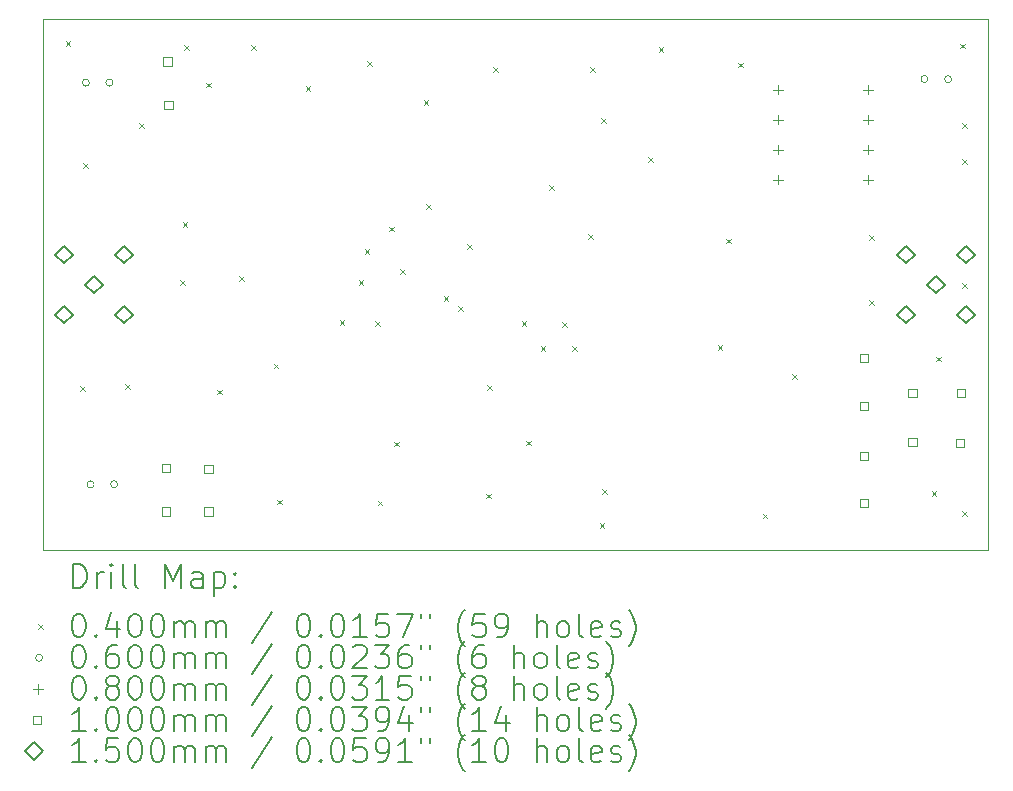
<source format=gbr>
%FSLAX45Y45*%
G04 Gerber Fmt 4.5, Leading zero omitted, Abs format (unit mm)*
G04 Created by KiCad (PCBNEW 6.0.4-6f826c9f35~116~ubuntu20.04.1) date 2024-01-06 18:53:34*
%MOMM*%
%LPD*%
G01*
G04 APERTURE LIST*
%TA.AperFunction,Profile*%
%ADD10C,0.100000*%
%TD*%
%ADD11C,0.200000*%
%ADD12C,0.040000*%
%ADD13C,0.060000*%
%ADD14C,0.080000*%
%ADD15C,0.100000*%
%ADD16C,0.150000*%
G04 APERTURE END LIST*
D10*
X10000000Y-5000000D02*
X18000000Y-5000000D01*
X18000000Y-5000000D02*
X18000000Y-9500000D01*
X18000000Y-9500000D02*
X10000000Y-9500000D01*
X10000000Y-9500000D02*
X10000000Y-5000000D01*
D11*
D12*
X10190000Y-5190000D02*
X10230000Y-5230000D01*
X10230000Y-5190000D02*
X10190000Y-5230000D01*
X10310000Y-8110000D02*
X10350000Y-8150000D01*
X10350000Y-8110000D02*
X10310000Y-8150000D01*
X10340000Y-6220000D02*
X10380000Y-6260000D01*
X10380000Y-6220000D02*
X10340000Y-6260000D01*
X10690000Y-8090000D02*
X10730000Y-8130000D01*
X10730000Y-8090000D02*
X10690000Y-8130000D01*
X10810000Y-5880000D02*
X10850000Y-5920000D01*
X10850000Y-5880000D02*
X10810000Y-5920000D01*
X11160000Y-7210000D02*
X11200000Y-7250000D01*
X11200000Y-7210000D02*
X11160000Y-7250000D01*
X11180000Y-6720000D02*
X11220000Y-6760000D01*
X11220000Y-6720000D02*
X11180000Y-6760000D01*
X11190000Y-5220000D02*
X11230000Y-5260000D01*
X11230000Y-5220000D02*
X11190000Y-5260000D01*
X11380000Y-5540000D02*
X11420000Y-5580000D01*
X11420000Y-5540000D02*
X11380000Y-5580000D01*
X11470000Y-8140000D02*
X11510000Y-8180000D01*
X11510000Y-8140000D02*
X11470000Y-8180000D01*
X11660000Y-7180000D02*
X11700000Y-7220000D01*
X11700000Y-7180000D02*
X11660000Y-7220000D01*
X11760000Y-5220000D02*
X11800000Y-5260000D01*
X11800000Y-5220000D02*
X11760000Y-5260000D01*
X11950000Y-7920000D02*
X11990000Y-7960000D01*
X11990000Y-7920000D02*
X11950000Y-7960000D01*
X11980000Y-9070000D02*
X12020000Y-9110000D01*
X12020000Y-9070000D02*
X11980000Y-9110000D01*
X12220000Y-5570000D02*
X12260000Y-5610000D01*
X12260000Y-5570000D02*
X12220000Y-5610000D01*
X12510000Y-7550000D02*
X12550000Y-7590000D01*
X12550000Y-7550000D02*
X12510000Y-7590000D01*
X12670000Y-7210000D02*
X12710000Y-7250000D01*
X12710000Y-7210000D02*
X12670000Y-7250000D01*
X12720000Y-6950000D02*
X12760000Y-6990000D01*
X12760000Y-6950000D02*
X12720000Y-6990000D01*
X12740000Y-5360000D02*
X12780000Y-5400000D01*
X12780000Y-5360000D02*
X12740000Y-5400000D01*
X12810000Y-7560000D02*
X12850000Y-7600000D01*
X12850000Y-7560000D02*
X12810000Y-7600000D01*
X12830000Y-9080000D02*
X12870000Y-9120000D01*
X12870000Y-9080000D02*
X12830000Y-9120000D01*
X12930000Y-6760000D02*
X12970000Y-6800000D01*
X12970000Y-6760000D02*
X12930000Y-6800000D01*
X12970000Y-8580000D02*
X13010000Y-8620000D01*
X13010000Y-8580000D02*
X12970000Y-8620000D01*
X13020000Y-7120000D02*
X13060000Y-7160000D01*
X13060000Y-7120000D02*
X13020000Y-7160000D01*
X13220000Y-5690000D02*
X13260000Y-5730000D01*
X13260000Y-5690000D02*
X13220000Y-5730000D01*
X13240000Y-6570000D02*
X13280000Y-6610000D01*
X13280000Y-6570000D02*
X13240000Y-6610000D01*
X13390000Y-7350000D02*
X13430000Y-7390000D01*
X13430000Y-7350000D02*
X13390000Y-7390000D01*
X13510000Y-7430000D02*
X13550000Y-7470000D01*
X13550000Y-7430000D02*
X13510000Y-7470000D01*
X13590000Y-6910000D02*
X13630000Y-6950000D01*
X13630000Y-6910000D02*
X13590000Y-6950000D01*
X13750000Y-9020000D02*
X13790000Y-9060000D01*
X13790000Y-9020000D02*
X13750000Y-9060000D01*
X13760000Y-8100000D02*
X13800000Y-8140000D01*
X13800000Y-8100000D02*
X13760000Y-8140000D01*
X13810000Y-5410000D02*
X13850000Y-5450000D01*
X13850000Y-5410000D02*
X13810000Y-5450000D01*
X14050000Y-7560000D02*
X14090000Y-7600000D01*
X14090000Y-7560000D02*
X14050000Y-7600000D01*
X14090000Y-8570000D02*
X14130000Y-8610000D01*
X14130000Y-8570000D02*
X14090000Y-8610000D01*
X14210000Y-7770000D02*
X14250000Y-7810000D01*
X14250000Y-7770000D02*
X14210000Y-7810000D01*
X14280000Y-6410000D02*
X14320000Y-6450000D01*
X14320000Y-6410000D02*
X14280000Y-6450000D01*
X14390000Y-7570000D02*
X14430000Y-7610000D01*
X14430000Y-7570000D02*
X14390000Y-7610000D01*
X14480000Y-7770000D02*
X14520000Y-7810000D01*
X14520000Y-7770000D02*
X14480000Y-7810000D01*
X14610000Y-6820000D02*
X14650000Y-6860000D01*
X14650000Y-6820000D02*
X14610000Y-6860000D01*
X14630000Y-5410000D02*
X14670000Y-5450000D01*
X14670000Y-5410000D02*
X14630000Y-5450000D01*
X14710000Y-9270000D02*
X14750000Y-9310000D01*
X14750000Y-9270000D02*
X14710000Y-9310000D01*
X14720000Y-5840000D02*
X14760000Y-5880000D01*
X14760000Y-5840000D02*
X14720000Y-5880000D01*
X14730000Y-8980000D02*
X14770000Y-9020000D01*
X14770000Y-8980000D02*
X14730000Y-9020000D01*
X15120000Y-6170000D02*
X15160000Y-6210000D01*
X15160000Y-6170000D02*
X15120000Y-6210000D01*
X15210000Y-5240000D02*
X15250000Y-5280000D01*
X15250000Y-5240000D02*
X15210000Y-5280000D01*
X15710000Y-7760000D02*
X15750000Y-7800000D01*
X15750000Y-7760000D02*
X15710000Y-7800000D01*
X15780000Y-6860000D02*
X15820000Y-6900000D01*
X15820000Y-6860000D02*
X15780000Y-6900000D01*
X15880000Y-5370000D02*
X15920000Y-5410000D01*
X15920000Y-5370000D02*
X15880000Y-5410000D01*
X16090000Y-9190000D02*
X16130000Y-9230000D01*
X16130000Y-9190000D02*
X16090000Y-9230000D01*
X16340000Y-8010000D02*
X16380000Y-8050000D01*
X16380000Y-8010000D02*
X16340000Y-8050000D01*
X16990000Y-6830000D02*
X17030000Y-6870000D01*
X17030000Y-6830000D02*
X16990000Y-6870000D01*
X16990000Y-7380000D02*
X17030000Y-7420000D01*
X17030000Y-7380000D02*
X16990000Y-7420000D01*
X17520000Y-9000000D02*
X17560000Y-9040000D01*
X17560000Y-9000000D02*
X17520000Y-9040000D01*
X17560000Y-7860000D02*
X17600000Y-7900000D01*
X17600000Y-7860000D02*
X17560000Y-7900000D01*
X17760000Y-5210000D02*
X17800000Y-5250000D01*
X17800000Y-5210000D02*
X17760000Y-5250000D01*
X17780000Y-5880000D02*
X17820000Y-5920000D01*
X17820000Y-5880000D02*
X17780000Y-5920000D01*
X17780000Y-6190000D02*
X17820000Y-6230000D01*
X17820000Y-6190000D02*
X17780000Y-6230000D01*
X17780000Y-7240000D02*
X17820000Y-7280000D01*
X17820000Y-7240000D02*
X17780000Y-7280000D01*
X17780000Y-9170000D02*
X17820000Y-9210000D01*
X17820000Y-9170000D02*
X17780000Y-9210000D01*
D13*
X10390000Y-5540000D02*
G75*
G03*
X10390000Y-5540000I-30000J0D01*
G01*
X10430000Y-8940000D02*
G75*
G03*
X10430000Y-8940000I-30000J0D01*
G01*
X10590000Y-5540000D02*
G75*
G03*
X10590000Y-5540000I-30000J0D01*
G01*
X10630000Y-8940000D02*
G75*
G03*
X10630000Y-8940000I-30000J0D01*
G01*
X17490000Y-5510000D02*
G75*
G03*
X17490000Y-5510000I-30000J0D01*
G01*
X17690000Y-5510000D02*
G75*
G03*
X17690000Y-5510000I-30000J0D01*
G01*
D14*
X16220000Y-5560000D02*
X16220000Y-5640000D01*
X16180000Y-5600000D02*
X16260000Y-5600000D01*
X16220000Y-5814000D02*
X16220000Y-5894000D01*
X16180000Y-5854000D02*
X16260000Y-5854000D01*
X16220000Y-6068000D02*
X16220000Y-6148000D01*
X16180000Y-6108000D02*
X16260000Y-6108000D01*
X16220000Y-6322000D02*
X16220000Y-6402000D01*
X16180000Y-6362000D02*
X16260000Y-6362000D01*
X16982000Y-5560000D02*
X16982000Y-5640000D01*
X16942000Y-5600000D02*
X17022000Y-5600000D01*
X16982000Y-5814000D02*
X16982000Y-5894000D01*
X16942000Y-5854000D02*
X17022000Y-5854000D01*
X16982000Y-6068000D02*
X16982000Y-6148000D01*
X16942000Y-6108000D02*
X17022000Y-6108000D01*
X16982000Y-6322000D02*
X16982000Y-6402000D01*
X16942000Y-6362000D02*
X17022000Y-6362000D01*
D15*
X11075356Y-8835356D02*
X11075356Y-8764644D01*
X11004644Y-8764644D01*
X11004644Y-8835356D01*
X11075356Y-8835356D01*
X11075356Y-9205356D02*
X11075356Y-9134644D01*
X11004644Y-9134644D01*
X11004644Y-9205356D01*
X11075356Y-9205356D01*
X11085356Y-5395356D02*
X11085356Y-5324644D01*
X11014644Y-5324644D01*
X11014644Y-5395356D01*
X11085356Y-5395356D01*
X11095356Y-5765356D02*
X11095356Y-5694644D01*
X11024644Y-5694644D01*
X11024644Y-5765356D01*
X11095356Y-5765356D01*
X11435356Y-8845356D02*
X11435356Y-8774644D01*
X11364644Y-8774644D01*
X11364644Y-8845356D01*
X11435356Y-8845356D01*
X11435356Y-9205356D02*
X11435356Y-9134644D01*
X11364644Y-9134644D01*
X11364644Y-9205356D01*
X11435356Y-9205356D01*
X16985356Y-7905356D02*
X16985356Y-7834644D01*
X16914644Y-7834644D01*
X16914644Y-7905356D01*
X16985356Y-7905356D01*
X16985356Y-8315356D02*
X16985356Y-8244644D01*
X16914644Y-8244644D01*
X16914644Y-8315356D01*
X16985356Y-8315356D01*
X16985356Y-8735356D02*
X16985356Y-8664644D01*
X16914644Y-8664644D01*
X16914644Y-8735356D01*
X16985356Y-8735356D01*
X16985356Y-9135356D02*
X16985356Y-9064644D01*
X16914644Y-9064644D01*
X16914644Y-9135356D01*
X16985356Y-9135356D01*
X17395356Y-8205356D02*
X17395356Y-8134644D01*
X17324644Y-8134644D01*
X17324644Y-8205356D01*
X17395356Y-8205356D01*
X17395356Y-8615356D02*
X17395356Y-8544644D01*
X17324644Y-8544644D01*
X17324644Y-8615356D01*
X17395356Y-8615356D01*
X17795356Y-8625356D02*
X17795356Y-8554644D01*
X17724644Y-8554644D01*
X17724644Y-8625356D01*
X17795356Y-8625356D01*
X17805356Y-8205356D02*
X17805356Y-8134644D01*
X17734644Y-8134644D01*
X17734644Y-8205356D01*
X17805356Y-8205356D01*
D16*
X10178000Y-7071000D02*
X10253000Y-6996000D01*
X10178000Y-6921000D01*
X10103000Y-6996000D01*
X10178000Y-7071000D01*
X10178000Y-7579000D02*
X10253000Y-7504000D01*
X10178000Y-7429000D01*
X10103000Y-7504000D01*
X10178000Y-7579000D01*
X10432000Y-7325000D02*
X10507000Y-7250000D01*
X10432000Y-7175000D01*
X10357000Y-7250000D01*
X10432000Y-7325000D01*
X10686000Y-7071000D02*
X10761000Y-6996000D01*
X10686000Y-6921000D01*
X10611000Y-6996000D01*
X10686000Y-7071000D01*
X10686000Y-7579000D02*
X10761000Y-7504000D01*
X10686000Y-7429000D01*
X10611000Y-7504000D01*
X10686000Y-7579000D01*
X17306000Y-7071000D02*
X17381000Y-6996000D01*
X17306000Y-6921000D01*
X17231000Y-6996000D01*
X17306000Y-7071000D01*
X17306000Y-7579000D02*
X17381000Y-7504000D01*
X17306000Y-7429000D01*
X17231000Y-7504000D01*
X17306000Y-7579000D01*
X17560000Y-7325000D02*
X17635000Y-7250000D01*
X17560000Y-7175000D01*
X17485000Y-7250000D01*
X17560000Y-7325000D01*
X17814000Y-7071000D02*
X17889000Y-6996000D01*
X17814000Y-6921000D01*
X17739000Y-6996000D01*
X17814000Y-7071000D01*
X17814000Y-7579000D02*
X17889000Y-7504000D01*
X17814000Y-7429000D01*
X17739000Y-7504000D01*
X17814000Y-7579000D01*
D11*
X10252619Y-9815476D02*
X10252619Y-9615476D01*
X10300238Y-9615476D01*
X10328810Y-9625000D01*
X10347857Y-9644048D01*
X10357381Y-9663095D01*
X10366905Y-9701190D01*
X10366905Y-9729762D01*
X10357381Y-9767857D01*
X10347857Y-9786905D01*
X10328810Y-9805952D01*
X10300238Y-9815476D01*
X10252619Y-9815476D01*
X10452619Y-9815476D02*
X10452619Y-9682143D01*
X10452619Y-9720238D02*
X10462143Y-9701190D01*
X10471667Y-9691667D01*
X10490714Y-9682143D01*
X10509762Y-9682143D01*
X10576429Y-9815476D02*
X10576429Y-9682143D01*
X10576429Y-9615476D02*
X10566905Y-9625000D01*
X10576429Y-9634524D01*
X10585952Y-9625000D01*
X10576429Y-9615476D01*
X10576429Y-9634524D01*
X10700238Y-9815476D02*
X10681190Y-9805952D01*
X10671667Y-9786905D01*
X10671667Y-9615476D01*
X10805000Y-9815476D02*
X10785952Y-9805952D01*
X10776429Y-9786905D01*
X10776429Y-9615476D01*
X11033571Y-9815476D02*
X11033571Y-9615476D01*
X11100238Y-9758333D01*
X11166905Y-9615476D01*
X11166905Y-9815476D01*
X11347857Y-9815476D02*
X11347857Y-9710714D01*
X11338333Y-9691667D01*
X11319286Y-9682143D01*
X11281190Y-9682143D01*
X11262143Y-9691667D01*
X11347857Y-9805952D02*
X11328809Y-9815476D01*
X11281190Y-9815476D01*
X11262143Y-9805952D01*
X11252619Y-9786905D01*
X11252619Y-9767857D01*
X11262143Y-9748810D01*
X11281190Y-9739286D01*
X11328809Y-9739286D01*
X11347857Y-9729762D01*
X11443095Y-9682143D02*
X11443095Y-9882143D01*
X11443095Y-9691667D02*
X11462143Y-9682143D01*
X11500238Y-9682143D01*
X11519286Y-9691667D01*
X11528809Y-9701190D01*
X11538333Y-9720238D01*
X11538333Y-9777381D01*
X11528809Y-9796429D01*
X11519286Y-9805952D01*
X11500238Y-9815476D01*
X11462143Y-9815476D01*
X11443095Y-9805952D01*
X11624048Y-9796429D02*
X11633571Y-9805952D01*
X11624048Y-9815476D01*
X11614524Y-9805952D01*
X11624048Y-9796429D01*
X11624048Y-9815476D01*
X11624048Y-9691667D02*
X11633571Y-9701190D01*
X11624048Y-9710714D01*
X11614524Y-9701190D01*
X11624048Y-9691667D01*
X11624048Y-9710714D01*
D12*
X9955000Y-10125000D02*
X9995000Y-10165000D01*
X9995000Y-10125000D02*
X9955000Y-10165000D01*
D11*
X10290714Y-10035476D02*
X10309762Y-10035476D01*
X10328810Y-10045000D01*
X10338333Y-10054524D01*
X10347857Y-10073571D01*
X10357381Y-10111667D01*
X10357381Y-10159286D01*
X10347857Y-10197381D01*
X10338333Y-10216429D01*
X10328810Y-10225952D01*
X10309762Y-10235476D01*
X10290714Y-10235476D01*
X10271667Y-10225952D01*
X10262143Y-10216429D01*
X10252619Y-10197381D01*
X10243095Y-10159286D01*
X10243095Y-10111667D01*
X10252619Y-10073571D01*
X10262143Y-10054524D01*
X10271667Y-10045000D01*
X10290714Y-10035476D01*
X10443095Y-10216429D02*
X10452619Y-10225952D01*
X10443095Y-10235476D01*
X10433571Y-10225952D01*
X10443095Y-10216429D01*
X10443095Y-10235476D01*
X10624048Y-10102143D02*
X10624048Y-10235476D01*
X10576429Y-10025952D02*
X10528810Y-10168810D01*
X10652619Y-10168810D01*
X10766905Y-10035476D02*
X10785952Y-10035476D01*
X10805000Y-10045000D01*
X10814524Y-10054524D01*
X10824048Y-10073571D01*
X10833571Y-10111667D01*
X10833571Y-10159286D01*
X10824048Y-10197381D01*
X10814524Y-10216429D01*
X10805000Y-10225952D01*
X10785952Y-10235476D01*
X10766905Y-10235476D01*
X10747857Y-10225952D01*
X10738333Y-10216429D01*
X10728810Y-10197381D01*
X10719286Y-10159286D01*
X10719286Y-10111667D01*
X10728810Y-10073571D01*
X10738333Y-10054524D01*
X10747857Y-10045000D01*
X10766905Y-10035476D01*
X10957381Y-10035476D02*
X10976429Y-10035476D01*
X10995476Y-10045000D01*
X11005000Y-10054524D01*
X11014524Y-10073571D01*
X11024048Y-10111667D01*
X11024048Y-10159286D01*
X11014524Y-10197381D01*
X11005000Y-10216429D01*
X10995476Y-10225952D01*
X10976429Y-10235476D01*
X10957381Y-10235476D01*
X10938333Y-10225952D01*
X10928810Y-10216429D01*
X10919286Y-10197381D01*
X10909762Y-10159286D01*
X10909762Y-10111667D01*
X10919286Y-10073571D01*
X10928810Y-10054524D01*
X10938333Y-10045000D01*
X10957381Y-10035476D01*
X11109762Y-10235476D02*
X11109762Y-10102143D01*
X11109762Y-10121190D02*
X11119286Y-10111667D01*
X11138333Y-10102143D01*
X11166905Y-10102143D01*
X11185952Y-10111667D01*
X11195476Y-10130714D01*
X11195476Y-10235476D01*
X11195476Y-10130714D02*
X11205000Y-10111667D01*
X11224048Y-10102143D01*
X11252619Y-10102143D01*
X11271667Y-10111667D01*
X11281190Y-10130714D01*
X11281190Y-10235476D01*
X11376428Y-10235476D02*
X11376428Y-10102143D01*
X11376428Y-10121190D02*
X11385952Y-10111667D01*
X11405000Y-10102143D01*
X11433571Y-10102143D01*
X11452619Y-10111667D01*
X11462143Y-10130714D01*
X11462143Y-10235476D01*
X11462143Y-10130714D02*
X11471667Y-10111667D01*
X11490714Y-10102143D01*
X11519286Y-10102143D01*
X11538333Y-10111667D01*
X11547857Y-10130714D01*
X11547857Y-10235476D01*
X11938333Y-10025952D02*
X11766905Y-10283095D01*
X12195476Y-10035476D02*
X12214524Y-10035476D01*
X12233571Y-10045000D01*
X12243095Y-10054524D01*
X12252619Y-10073571D01*
X12262143Y-10111667D01*
X12262143Y-10159286D01*
X12252619Y-10197381D01*
X12243095Y-10216429D01*
X12233571Y-10225952D01*
X12214524Y-10235476D01*
X12195476Y-10235476D01*
X12176428Y-10225952D01*
X12166905Y-10216429D01*
X12157381Y-10197381D01*
X12147857Y-10159286D01*
X12147857Y-10111667D01*
X12157381Y-10073571D01*
X12166905Y-10054524D01*
X12176428Y-10045000D01*
X12195476Y-10035476D01*
X12347857Y-10216429D02*
X12357381Y-10225952D01*
X12347857Y-10235476D01*
X12338333Y-10225952D01*
X12347857Y-10216429D01*
X12347857Y-10235476D01*
X12481190Y-10035476D02*
X12500238Y-10035476D01*
X12519286Y-10045000D01*
X12528809Y-10054524D01*
X12538333Y-10073571D01*
X12547857Y-10111667D01*
X12547857Y-10159286D01*
X12538333Y-10197381D01*
X12528809Y-10216429D01*
X12519286Y-10225952D01*
X12500238Y-10235476D01*
X12481190Y-10235476D01*
X12462143Y-10225952D01*
X12452619Y-10216429D01*
X12443095Y-10197381D01*
X12433571Y-10159286D01*
X12433571Y-10111667D01*
X12443095Y-10073571D01*
X12452619Y-10054524D01*
X12462143Y-10045000D01*
X12481190Y-10035476D01*
X12738333Y-10235476D02*
X12624048Y-10235476D01*
X12681190Y-10235476D02*
X12681190Y-10035476D01*
X12662143Y-10064048D01*
X12643095Y-10083095D01*
X12624048Y-10092619D01*
X12919286Y-10035476D02*
X12824048Y-10035476D01*
X12814524Y-10130714D01*
X12824048Y-10121190D01*
X12843095Y-10111667D01*
X12890714Y-10111667D01*
X12909762Y-10121190D01*
X12919286Y-10130714D01*
X12928809Y-10149762D01*
X12928809Y-10197381D01*
X12919286Y-10216429D01*
X12909762Y-10225952D01*
X12890714Y-10235476D01*
X12843095Y-10235476D01*
X12824048Y-10225952D01*
X12814524Y-10216429D01*
X12995476Y-10035476D02*
X13128809Y-10035476D01*
X13043095Y-10235476D01*
X13195476Y-10035476D02*
X13195476Y-10073571D01*
X13271667Y-10035476D02*
X13271667Y-10073571D01*
X13566905Y-10311667D02*
X13557381Y-10302143D01*
X13538333Y-10273571D01*
X13528809Y-10254524D01*
X13519286Y-10225952D01*
X13509762Y-10178333D01*
X13509762Y-10140238D01*
X13519286Y-10092619D01*
X13528809Y-10064048D01*
X13538333Y-10045000D01*
X13557381Y-10016429D01*
X13566905Y-10006905D01*
X13738333Y-10035476D02*
X13643095Y-10035476D01*
X13633571Y-10130714D01*
X13643095Y-10121190D01*
X13662143Y-10111667D01*
X13709762Y-10111667D01*
X13728809Y-10121190D01*
X13738333Y-10130714D01*
X13747857Y-10149762D01*
X13747857Y-10197381D01*
X13738333Y-10216429D01*
X13728809Y-10225952D01*
X13709762Y-10235476D01*
X13662143Y-10235476D01*
X13643095Y-10225952D01*
X13633571Y-10216429D01*
X13843095Y-10235476D02*
X13881190Y-10235476D01*
X13900238Y-10225952D01*
X13909762Y-10216429D01*
X13928809Y-10187857D01*
X13938333Y-10149762D01*
X13938333Y-10073571D01*
X13928809Y-10054524D01*
X13919286Y-10045000D01*
X13900238Y-10035476D01*
X13862143Y-10035476D01*
X13843095Y-10045000D01*
X13833571Y-10054524D01*
X13824048Y-10073571D01*
X13824048Y-10121190D01*
X13833571Y-10140238D01*
X13843095Y-10149762D01*
X13862143Y-10159286D01*
X13900238Y-10159286D01*
X13919286Y-10149762D01*
X13928809Y-10140238D01*
X13938333Y-10121190D01*
X14176428Y-10235476D02*
X14176428Y-10035476D01*
X14262143Y-10235476D02*
X14262143Y-10130714D01*
X14252619Y-10111667D01*
X14233571Y-10102143D01*
X14205000Y-10102143D01*
X14185952Y-10111667D01*
X14176428Y-10121190D01*
X14385952Y-10235476D02*
X14366905Y-10225952D01*
X14357381Y-10216429D01*
X14347857Y-10197381D01*
X14347857Y-10140238D01*
X14357381Y-10121190D01*
X14366905Y-10111667D01*
X14385952Y-10102143D01*
X14414524Y-10102143D01*
X14433571Y-10111667D01*
X14443095Y-10121190D01*
X14452619Y-10140238D01*
X14452619Y-10197381D01*
X14443095Y-10216429D01*
X14433571Y-10225952D01*
X14414524Y-10235476D01*
X14385952Y-10235476D01*
X14566905Y-10235476D02*
X14547857Y-10225952D01*
X14538333Y-10206905D01*
X14538333Y-10035476D01*
X14719286Y-10225952D02*
X14700238Y-10235476D01*
X14662143Y-10235476D01*
X14643095Y-10225952D01*
X14633571Y-10206905D01*
X14633571Y-10130714D01*
X14643095Y-10111667D01*
X14662143Y-10102143D01*
X14700238Y-10102143D01*
X14719286Y-10111667D01*
X14728809Y-10130714D01*
X14728809Y-10149762D01*
X14633571Y-10168810D01*
X14805000Y-10225952D02*
X14824048Y-10235476D01*
X14862143Y-10235476D01*
X14881190Y-10225952D01*
X14890714Y-10206905D01*
X14890714Y-10197381D01*
X14881190Y-10178333D01*
X14862143Y-10168810D01*
X14833571Y-10168810D01*
X14814524Y-10159286D01*
X14805000Y-10140238D01*
X14805000Y-10130714D01*
X14814524Y-10111667D01*
X14833571Y-10102143D01*
X14862143Y-10102143D01*
X14881190Y-10111667D01*
X14957381Y-10311667D02*
X14966905Y-10302143D01*
X14985952Y-10273571D01*
X14995476Y-10254524D01*
X15005000Y-10225952D01*
X15014524Y-10178333D01*
X15014524Y-10140238D01*
X15005000Y-10092619D01*
X14995476Y-10064048D01*
X14985952Y-10045000D01*
X14966905Y-10016429D01*
X14957381Y-10006905D01*
D13*
X9995000Y-10409000D02*
G75*
G03*
X9995000Y-10409000I-30000J0D01*
G01*
D11*
X10290714Y-10299476D02*
X10309762Y-10299476D01*
X10328810Y-10309000D01*
X10338333Y-10318524D01*
X10347857Y-10337571D01*
X10357381Y-10375667D01*
X10357381Y-10423286D01*
X10347857Y-10461381D01*
X10338333Y-10480429D01*
X10328810Y-10489952D01*
X10309762Y-10499476D01*
X10290714Y-10499476D01*
X10271667Y-10489952D01*
X10262143Y-10480429D01*
X10252619Y-10461381D01*
X10243095Y-10423286D01*
X10243095Y-10375667D01*
X10252619Y-10337571D01*
X10262143Y-10318524D01*
X10271667Y-10309000D01*
X10290714Y-10299476D01*
X10443095Y-10480429D02*
X10452619Y-10489952D01*
X10443095Y-10499476D01*
X10433571Y-10489952D01*
X10443095Y-10480429D01*
X10443095Y-10499476D01*
X10624048Y-10299476D02*
X10585952Y-10299476D01*
X10566905Y-10309000D01*
X10557381Y-10318524D01*
X10538333Y-10347095D01*
X10528810Y-10385190D01*
X10528810Y-10461381D01*
X10538333Y-10480429D01*
X10547857Y-10489952D01*
X10566905Y-10499476D01*
X10605000Y-10499476D01*
X10624048Y-10489952D01*
X10633571Y-10480429D01*
X10643095Y-10461381D01*
X10643095Y-10413762D01*
X10633571Y-10394714D01*
X10624048Y-10385190D01*
X10605000Y-10375667D01*
X10566905Y-10375667D01*
X10547857Y-10385190D01*
X10538333Y-10394714D01*
X10528810Y-10413762D01*
X10766905Y-10299476D02*
X10785952Y-10299476D01*
X10805000Y-10309000D01*
X10814524Y-10318524D01*
X10824048Y-10337571D01*
X10833571Y-10375667D01*
X10833571Y-10423286D01*
X10824048Y-10461381D01*
X10814524Y-10480429D01*
X10805000Y-10489952D01*
X10785952Y-10499476D01*
X10766905Y-10499476D01*
X10747857Y-10489952D01*
X10738333Y-10480429D01*
X10728810Y-10461381D01*
X10719286Y-10423286D01*
X10719286Y-10375667D01*
X10728810Y-10337571D01*
X10738333Y-10318524D01*
X10747857Y-10309000D01*
X10766905Y-10299476D01*
X10957381Y-10299476D02*
X10976429Y-10299476D01*
X10995476Y-10309000D01*
X11005000Y-10318524D01*
X11014524Y-10337571D01*
X11024048Y-10375667D01*
X11024048Y-10423286D01*
X11014524Y-10461381D01*
X11005000Y-10480429D01*
X10995476Y-10489952D01*
X10976429Y-10499476D01*
X10957381Y-10499476D01*
X10938333Y-10489952D01*
X10928810Y-10480429D01*
X10919286Y-10461381D01*
X10909762Y-10423286D01*
X10909762Y-10375667D01*
X10919286Y-10337571D01*
X10928810Y-10318524D01*
X10938333Y-10309000D01*
X10957381Y-10299476D01*
X11109762Y-10499476D02*
X11109762Y-10366143D01*
X11109762Y-10385190D02*
X11119286Y-10375667D01*
X11138333Y-10366143D01*
X11166905Y-10366143D01*
X11185952Y-10375667D01*
X11195476Y-10394714D01*
X11195476Y-10499476D01*
X11195476Y-10394714D02*
X11205000Y-10375667D01*
X11224048Y-10366143D01*
X11252619Y-10366143D01*
X11271667Y-10375667D01*
X11281190Y-10394714D01*
X11281190Y-10499476D01*
X11376428Y-10499476D02*
X11376428Y-10366143D01*
X11376428Y-10385190D02*
X11385952Y-10375667D01*
X11405000Y-10366143D01*
X11433571Y-10366143D01*
X11452619Y-10375667D01*
X11462143Y-10394714D01*
X11462143Y-10499476D01*
X11462143Y-10394714D02*
X11471667Y-10375667D01*
X11490714Y-10366143D01*
X11519286Y-10366143D01*
X11538333Y-10375667D01*
X11547857Y-10394714D01*
X11547857Y-10499476D01*
X11938333Y-10289952D02*
X11766905Y-10547095D01*
X12195476Y-10299476D02*
X12214524Y-10299476D01*
X12233571Y-10309000D01*
X12243095Y-10318524D01*
X12252619Y-10337571D01*
X12262143Y-10375667D01*
X12262143Y-10423286D01*
X12252619Y-10461381D01*
X12243095Y-10480429D01*
X12233571Y-10489952D01*
X12214524Y-10499476D01*
X12195476Y-10499476D01*
X12176428Y-10489952D01*
X12166905Y-10480429D01*
X12157381Y-10461381D01*
X12147857Y-10423286D01*
X12147857Y-10375667D01*
X12157381Y-10337571D01*
X12166905Y-10318524D01*
X12176428Y-10309000D01*
X12195476Y-10299476D01*
X12347857Y-10480429D02*
X12357381Y-10489952D01*
X12347857Y-10499476D01*
X12338333Y-10489952D01*
X12347857Y-10480429D01*
X12347857Y-10499476D01*
X12481190Y-10299476D02*
X12500238Y-10299476D01*
X12519286Y-10309000D01*
X12528809Y-10318524D01*
X12538333Y-10337571D01*
X12547857Y-10375667D01*
X12547857Y-10423286D01*
X12538333Y-10461381D01*
X12528809Y-10480429D01*
X12519286Y-10489952D01*
X12500238Y-10499476D01*
X12481190Y-10499476D01*
X12462143Y-10489952D01*
X12452619Y-10480429D01*
X12443095Y-10461381D01*
X12433571Y-10423286D01*
X12433571Y-10375667D01*
X12443095Y-10337571D01*
X12452619Y-10318524D01*
X12462143Y-10309000D01*
X12481190Y-10299476D01*
X12624048Y-10318524D02*
X12633571Y-10309000D01*
X12652619Y-10299476D01*
X12700238Y-10299476D01*
X12719286Y-10309000D01*
X12728809Y-10318524D01*
X12738333Y-10337571D01*
X12738333Y-10356619D01*
X12728809Y-10385190D01*
X12614524Y-10499476D01*
X12738333Y-10499476D01*
X12805000Y-10299476D02*
X12928809Y-10299476D01*
X12862143Y-10375667D01*
X12890714Y-10375667D01*
X12909762Y-10385190D01*
X12919286Y-10394714D01*
X12928809Y-10413762D01*
X12928809Y-10461381D01*
X12919286Y-10480429D01*
X12909762Y-10489952D01*
X12890714Y-10499476D01*
X12833571Y-10499476D01*
X12814524Y-10489952D01*
X12805000Y-10480429D01*
X13100238Y-10299476D02*
X13062143Y-10299476D01*
X13043095Y-10309000D01*
X13033571Y-10318524D01*
X13014524Y-10347095D01*
X13005000Y-10385190D01*
X13005000Y-10461381D01*
X13014524Y-10480429D01*
X13024048Y-10489952D01*
X13043095Y-10499476D01*
X13081190Y-10499476D01*
X13100238Y-10489952D01*
X13109762Y-10480429D01*
X13119286Y-10461381D01*
X13119286Y-10413762D01*
X13109762Y-10394714D01*
X13100238Y-10385190D01*
X13081190Y-10375667D01*
X13043095Y-10375667D01*
X13024048Y-10385190D01*
X13014524Y-10394714D01*
X13005000Y-10413762D01*
X13195476Y-10299476D02*
X13195476Y-10337571D01*
X13271667Y-10299476D02*
X13271667Y-10337571D01*
X13566905Y-10575667D02*
X13557381Y-10566143D01*
X13538333Y-10537571D01*
X13528809Y-10518524D01*
X13519286Y-10489952D01*
X13509762Y-10442333D01*
X13509762Y-10404238D01*
X13519286Y-10356619D01*
X13528809Y-10328048D01*
X13538333Y-10309000D01*
X13557381Y-10280429D01*
X13566905Y-10270905D01*
X13728809Y-10299476D02*
X13690714Y-10299476D01*
X13671667Y-10309000D01*
X13662143Y-10318524D01*
X13643095Y-10347095D01*
X13633571Y-10385190D01*
X13633571Y-10461381D01*
X13643095Y-10480429D01*
X13652619Y-10489952D01*
X13671667Y-10499476D01*
X13709762Y-10499476D01*
X13728809Y-10489952D01*
X13738333Y-10480429D01*
X13747857Y-10461381D01*
X13747857Y-10413762D01*
X13738333Y-10394714D01*
X13728809Y-10385190D01*
X13709762Y-10375667D01*
X13671667Y-10375667D01*
X13652619Y-10385190D01*
X13643095Y-10394714D01*
X13633571Y-10413762D01*
X13985952Y-10499476D02*
X13985952Y-10299476D01*
X14071667Y-10499476D02*
X14071667Y-10394714D01*
X14062143Y-10375667D01*
X14043095Y-10366143D01*
X14014524Y-10366143D01*
X13995476Y-10375667D01*
X13985952Y-10385190D01*
X14195476Y-10499476D02*
X14176428Y-10489952D01*
X14166905Y-10480429D01*
X14157381Y-10461381D01*
X14157381Y-10404238D01*
X14166905Y-10385190D01*
X14176428Y-10375667D01*
X14195476Y-10366143D01*
X14224048Y-10366143D01*
X14243095Y-10375667D01*
X14252619Y-10385190D01*
X14262143Y-10404238D01*
X14262143Y-10461381D01*
X14252619Y-10480429D01*
X14243095Y-10489952D01*
X14224048Y-10499476D01*
X14195476Y-10499476D01*
X14376428Y-10499476D02*
X14357381Y-10489952D01*
X14347857Y-10470905D01*
X14347857Y-10299476D01*
X14528809Y-10489952D02*
X14509762Y-10499476D01*
X14471667Y-10499476D01*
X14452619Y-10489952D01*
X14443095Y-10470905D01*
X14443095Y-10394714D01*
X14452619Y-10375667D01*
X14471667Y-10366143D01*
X14509762Y-10366143D01*
X14528809Y-10375667D01*
X14538333Y-10394714D01*
X14538333Y-10413762D01*
X14443095Y-10432810D01*
X14614524Y-10489952D02*
X14633571Y-10499476D01*
X14671667Y-10499476D01*
X14690714Y-10489952D01*
X14700238Y-10470905D01*
X14700238Y-10461381D01*
X14690714Y-10442333D01*
X14671667Y-10432810D01*
X14643095Y-10432810D01*
X14624048Y-10423286D01*
X14614524Y-10404238D01*
X14614524Y-10394714D01*
X14624048Y-10375667D01*
X14643095Y-10366143D01*
X14671667Y-10366143D01*
X14690714Y-10375667D01*
X14766905Y-10575667D02*
X14776428Y-10566143D01*
X14795476Y-10537571D01*
X14805000Y-10518524D01*
X14814524Y-10489952D01*
X14824048Y-10442333D01*
X14824048Y-10404238D01*
X14814524Y-10356619D01*
X14805000Y-10328048D01*
X14795476Y-10309000D01*
X14776428Y-10280429D01*
X14766905Y-10270905D01*
D14*
X9955000Y-10633000D02*
X9955000Y-10713000D01*
X9915000Y-10673000D02*
X9995000Y-10673000D01*
D11*
X10290714Y-10563476D02*
X10309762Y-10563476D01*
X10328810Y-10573000D01*
X10338333Y-10582524D01*
X10347857Y-10601571D01*
X10357381Y-10639667D01*
X10357381Y-10687286D01*
X10347857Y-10725381D01*
X10338333Y-10744429D01*
X10328810Y-10753952D01*
X10309762Y-10763476D01*
X10290714Y-10763476D01*
X10271667Y-10753952D01*
X10262143Y-10744429D01*
X10252619Y-10725381D01*
X10243095Y-10687286D01*
X10243095Y-10639667D01*
X10252619Y-10601571D01*
X10262143Y-10582524D01*
X10271667Y-10573000D01*
X10290714Y-10563476D01*
X10443095Y-10744429D02*
X10452619Y-10753952D01*
X10443095Y-10763476D01*
X10433571Y-10753952D01*
X10443095Y-10744429D01*
X10443095Y-10763476D01*
X10566905Y-10649190D02*
X10547857Y-10639667D01*
X10538333Y-10630143D01*
X10528810Y-10611095D01*
X10528810Y-10601571D01*
X10538333Y-10582524D01*
X10547857Y-10573000D01*
X10566905Y-10563476D01*
X10605000Y-10563476D01*
X10624048Y-10573000D01*
X10633571Y-10582524D01*
X10643095Y-10601571D01*
X10643095Y-10611095D01*
X10633571Y-10630143D01*
X10624048Y-10639667D01*
X10605000Y-10649190D01*
X10566905Y-10649190D01*
X10547857Y-10658714D01*
X10538333Y-10668238D01*
X10528810Y-10687286D01*
X10528810Y-10725381D01*
X10538333Y-10744429D01*
X10547857Y-10753952D01*
X10566905Y-10763476D01*
X10605000Y-10763476D01*
X10624048Y-10753952D01*
X10633571Y-10744429D01*
X10643095Y-10725381D01*
X10643095Y-10687286D01*
X10633571Y-10668238D01*
X10624048Y-10658714D01*
X10605000Y-10649190D01*
X10766905Y-10563476D02*
X10785952Y-10563476D01*
X10805000Y-10573000D01*
X10814524Y-10582524D01*
X10824048Y-10601571D01*
X10833571Y-10639667D01*
X10833571Y-10687286D01*
X10824048Y-10725381D01*
X10814524Y-10744429D01*
X10805000Y-10753952D01*
X10785952Y-10763476D01*
X10766905Y-10763476D01*
X10747857Y-10753952D01*
X10738333Y-10744429D01*
X10728810Y-10725381D01*
X10719286Y-10687286D01*
X10719286Y-10639667D01*
X10728810Y-10601571D01*
X10738333Y-10582524D01*
X10747857Y-10573000D01*
X10766905Y-10563476D01*
X10957381Y-10563476D02*
X10976429Y-10563476D01*
X10995476Y-10573000D01*
X11005000Y-10582524D01*
X11014524Y-10601571D01*
X11024048Y-10639667D01*
X11024048Y-10687286D01*
X11014524Y-10725381D01*
X11005000Y-10744429D01*
X10995476Y-10753952D01*
X10976429Y-10763476D01*
X10957381Y-10763476D01*
X10938333Y-10753952D01*
X10928810Y-10744429D01*
X10919286Y-10725381D01*
X10909762Y-10687286D01*
X10909762Y-10639667D01*
X10919286Y-10601571D01*
X10928810Y-10582524D01*
X10938333Y-10573000D01*
X10957381Y-10563476D01*
X11109762Y-10763476D02*
X11109762Y-10630143D01*
X11109762Y-10649190D02*
X11119286Y-10639667D01*
X11138333Y-10630143D01*
X11166905Y-10630143D01*
X11185952Y-10639667D01*
X11195476Y-10658714D01*
X11195476Y-10763476D01*
X11195476Y-10658714D02*
X11205000Y-10639667D01*
X11224048Y-10630143D01*
X11252619Y-10630143D01*
X11271667Y-10639667D01*
X11281190Y-10658714D01*
X11281190Y-10763476D01*
X11376428Y-10763476D02*
X11376428Y-10630143D01*
X11376428Y-10649190D02*
X11385952Y-10639667D01*
X11405000Y-10630143D01*
X11433571Y-10630143D01*
X11452619Y-10639667D01*
X11462143Y-10658714D01*
X11462143Y-10763476D01*
X11462143Y-10658714D02*
X11471667Y-10639667D01*
X11490714Y-10630143D01*
X11519286Y-10630143D01*
X11538333Y-10639667D01*
X11547857Y-10658714D01*
X11547857Y-10763476D01*
X11938333Y-10553952D02*
X11766905Y-10811095D01*
X12195476Y-10563476D02*
X12214524Y-10563476D01*
X12233571Y-10573000D01*
X12243095Y-10582524D01*
X12252619Y-10601571D01*
X12262143Y-10639667D01*
X12262143Y-10687286D01*
X12252619Y-10725381D01*
X12243095Y-10744429D01*
X12233571Y-10753952D01*
X12214524Y-10763476D01*
X12195476Y-10763476D01*
X12176428Y-10753952D01*
X12166905Y-10744429D01*
X12157381Y-10725381D01*
X12147857Y-10687286D01*
X12147857Y-10639667D01*
X12157381Y-10601571D01*
X12166905Y-10582524D01*
X12176428Y-10573000D01*
X12195476Y-10563476D01*
X12347857Y-10744429D02*
X12357381Y-10753952D01*
X12347857Y-10763476D01*
X12338333Y-10753952D01*
X12347857Y-10744429D01*
X12347857Y-10763476D01*
X12481190Y-10563476D02*
X12500238Y-10563476D01*
X12519286Y-10573000D01*
X12528809Y-10582524D01*
X12538333Y-10601571D01*
X12547857Y-10639667D01*
X12547857Y-10687286D01*
X12538333Y-10725381D01*
X12528809Y-10744429D01*
X12519286Y-10753952D01*
X12500238Y-10763476D01*
X12481190Y-10763476D01*
X12462143Y-10753952D01*
X12452619Y-10744429D01*
X12443095Y-10725381D01*
X12433571Y-10687286D01*
X12433571Y-10639667D01*
X12443095Y-10601571D01*
X12452619Y-10582524D01*
X12462143Y-10573000D01*
X12481190Y-10563476D01*
X12614524Y-10563476D02*
X12738333Y-10563476D01*
X12671667Y-10639667D01*
X12700238Y-10639667D01*
X12719286Y-10649190D01*
X12728809Y-10658714D01*
X12738333Y-10677762D01*
X12738333Y-10725381D01*
X12728809Y-10744429D01*
X12719286Y-10753952D01*
X12700238Y-10763476D01*
X12643095Y-10763476D01*
X12624048Y-10753952D01*
X12614524Y-10744429D01*
X12928809Y-10763476D02*
X12814524Y-10763476D01*
X12871667Y-10763476D02*
X12871667Y-10563476D01*
X12852619Y-10592048D01*
X12833571Y-10611095D01*
X12814524Y-10620619D01*
X13109762Y-10563476D02*
X13014524Y-10563476D01*
X13005000Y-10658714D01*
X13014524Y-10649190D01*
X13033571Y-10639667D01*
X13081190Y-10639667D01*
X13100238Y-10649190D01*
X13109762Y-10658714D01*
X13119286Y-10677762D01*
X13119286Y-10725381D01*
X13109762Y-10744429D01*
X13100238Y-10753952D01*
X13081190Y-10763476D01*
X13033571Y-10763476D01*
X13014524Y-10753952D01*
X13005000Y-10744429D01*
X13195476Y-10563476D02*
X13195476Y-10601571D01*
X13271667Y-10563476D02*
X13271667Y-10601571D01*
X13566905Y-10839667D02*
X13557381Y-10830143D01*
X13538333Y-10801571D01*
X13528809Y-10782524D01*
X13519286Y-10753952D01*
X13509762Y-10706333D01*
X13509762Y-10668238D01*
X13519286Y-10620619D01*
X13528809Y-10592048D01*
X13538333Y-10573000D01*
X13557381Y-10544429D01*
X13566905Y-10534905D01*
X13671667Y-10649190D02*
X13652619Y-10639667D01*
X13643095Y-10630143D01*
X13633571Y-10611095D01*
X13633571Y-10601571D01*
X13643095Y-10582524D01*
X13652619Y-10573000D01*
X13671667Y-10563476D01*
X13709762Y-10563476D01*
X13728809Y-10573000D01*
X13738333Y-10582524D01*
X13747857Y-10601571D01*
X13747857Y-10611095D01*
X13738333Y-10630143D01*
X13728809Y-10639667D01*
X13709762Y-10649190D01*
X13671667Y-10649190D01*
X13652619Y-10658714D01*
X13643095Y-10668238D01*
X13633571Y-10687286D01*
X13633571Y-10725381D01*
X13643095Y-10744429D01*
X13652619Y-10753952D01*
X13671667Y-10763476D01*
X13709762Y-10763476D01*
X13728809Y-10753952D01*
X13738333Y-10744429D01*
X13747857Y-10725381D01*
X13747857Y-10687286D01*
X13738333Y-10668238D01*
X13728809Y-10658714D01*
X13709762Y-10649190D01*
X13985952Y-10763476D02*
X13985952Y-10563476D01*
X14071667Y-10763476D02*
X14071667Y-10658714D01*
X14062143Y-10639667D01*
X14043095Y-10630143D01*
X14014524Y-10630143D01*
X13995476Y-10639667D01*
X13985952Y-10649190D01*
X14195476Y-10763476D02*
X14176428Y-10753952D01*
X14166905Y-10744429D01*
X14157381Y-10725381D01*
X14157381Y-10668238D01*
X14166905Y-10649190D01*
X14176428Y-10639667D01*
X14195476Y-10630143D01*
X14224048Y-10630143D01*
X14243095Y-10639667D01*
X14252619Y-10649190D01*
X14262143Y-10668238D01*
X14262143Y-10725381D01*
X14252619Y-10744429D01*
X14243095Y-10753952D01*
X14224048Y-10763476D01*
X14195476Y-10763476D01*
X14376428Y-10763476D02*
X14357381Y-10753952D01*
X14347857Y-10734905D01*
X14347857Y-10563476D01*
X14528809Y-10753952D02*
X14509762Y-10763476D01*
X14471667Y-10763476D01*
X14452619Y-10753952D01*
X14443095Y-10734905D01*
X14443095Y-10658714D01*
X14452619Y-10639667D01*
X14471667Y-10630143D01*
X14509762Y-10630143D01*
X14528809Y-10639667D01*
X14538333Y-10658714D01*
X14538333Y-10677762D01*
X14443095Y-10696810D01*
X14614524Y-10753952D02*
X14633571Y-10763476D01*
X14671667Y-10763476D01*
X14690714Y-10753952D01*
X14700238Y-10734905D01*
X14700238Y-10725381D01*
X14690714Y-10706333D01*
X14671667Y-10696810D01*
X14643095Y-10696810D01*
X14624048Y-10687286D01*
X14614524Y-10668238D01*
X14614524Y-10658714D01*
X14624048Y-10639667D01*
X14643095Y-10630143D01*
X14671667Y-10630143D01*
X14690714Y-10639667D01*
X14766905Y-10839667D02*
X14776428Y-10830143D01*
X14795476Y-10801571D01*
X14805000Y-10782524D01*
X14814524Y-10753952D01*
X14824048Y-10706333D01*
X14824048Y-10668238D01*
X14814524Y-10620619D01*
X14805000Y-10592048D01*
X14795476Y-10573000D01*
X14776428Y-10544429D01*
X14766905Y-10534905D01*
D15*
X9980356Y-10972356D02*
X9980356Y-10901644D01*
X9909644Y-10901644D01*
X9909644Y-10972356D01*
X9980356Y-10972356D01*
D11*
X10357381Y-11027476D02*
X10243095Y-11027476D01*
X10300238Y-11027476D02*
X10300238Y-10827476D01*
X10281190Y-10856048D01*
X10262143Y-10875095D01*
X10243095Y-10884619D01*
X10443095Y-11008429D02*
X10452619Y-11017952D01*
X10443095Y-11027476D01*
X10433571Y-11017952D01*
X10443095Y-11008429D01*
X10443095Y-11027476D01*
X10576429Y-10827476D02*
X10595476Y-10827476D01*
X10614524Y-10837000D01*
X10624048Y-10846524D01*
X10633571Y-10865571D01*
X10643095Y-10903667D01*
X10643095Y-10951286D01*
X10633571Y-10989381D01*
X10624048Y-11008429D01*
X10614524Y-11017952D01*
X10595476Y-11027476D01*
X10576429Y-11027476D01*
X10557381Y-11017952D01*
X10547857Y-11008429D01*
X10538333Y-10989381D01*
X10528810Y-10951286D01*
X10528810Y-10903667D01*
X10538333Y-10865571D01*
X10547857Y-10846524D01*
X10557381Y-10837000D01*
X10576429Y-10827476D01*
X10766905Y-10827476D02*
X10785952Y-10827476D01*
X10805000Y-10837000D01*
X10814524Y-10846524D01*
X10824048Y-10865571D01*
X10833571Y-10903667D01*
X10833571Y-10951286D01*
X10824048Y-10989381D01*
X10814524Y-11008429D01*
X10805000Y-11017952D01*
X10785952Y-11027476D01*
X10766905Y-11027476D01*
X10747857Y-11017952D01*
X10738333Y-11008429D01*
X10728810Y-10989381D01*
X10719286Y-10951286D01*
X10719286Y-10903667D01*
X10728810Y-10865571D01*
X10738333Y-10846524D01*
X10747857Y-10837000D01*
X10766905Y-10827476D01*
X10957381Y-10827476D02*
X10976429Y-10827476D01*
X10995476Y-10837000D01*
X11005000Y-10846524D01*
X11014524Y-10865571D01*
X11024048Y-10903667D01*
X11024048Y-10951286D01*
X11014524Y-10989381D01*
X11005000Y-11008429D01*
X10995476Y-11017952D01*
X10976429Y-11027476D01*
X10957381Y-11027476D01*
X10938333Y-11017952D01*
X10928810Y-11008429D01*
X10919286Y-10989381D01*
X10909762Y-10951286D01*
X10909762Y-10903667D01*
X10919286Y-10865571D01*
X10928810Y-10846524D01*
X10938333Y-10837000D01*
X10957381Y-10827476D01*
X11109762Y-11027476D02*
X11109762Y-10894143D01*
X11109762Y-10913190D02*
X11119286Y-10903667D01*
X11138333Y-10894143D01*
X11166905Y-10894143D01*
X11185952Y-10903667D01*
X11195476Y-10922714D01*
X11195476Y-11027476D01*
X11195476Y-10922714D02*
X11205000Y-10903667D01*
X11224048Y-10894143D01*
X11252619Y-10894143D01*
X11271667Y-10903667D01*
X11281190Y-10922714D01*
X11281190Y-11027476D01*
X11376428Y-11027476D02*
X11376428Y-10894143D01*
X11376428Y-10913190D02*
X11385952Y-10903667D01*
X11405000Y-10894143D01*
X11433571Y-10894143D01*
X11452619Y-10903667D01*
X11462143Y-10922714D01*
X11462143Y-11027476D01*
X11462143Y-10922714D02*
X11471667Y-10903667D01*
X11490714Y-10894143D01*
X11519286Y-10894143D01*
X11538333Y-10903667D01*
X11547857Y-10922714D01*
X11547857Y-11027476D01*
X11938333Y-10817952D02*
X11766905Y-11075095D01*
X12195476Y-10827476D02*
X12214524Y-10827476D01*
X12233571Y-10837000D01*
X12243095Y-10846524D01*
X12252619Y-10865571D01*
X12262143Y-10903667D01*
X12262143Y-10951286D01*
X12252619Y-10989381D01*
X12243095Y-11008429D01*
X12233571Y-11017952D01*
X12214524Y-11027476D01*
X12195476Y-11027476D01*
X12176428Y-11017952D01*
X12166905Y-11008429D01*
X12157381Y-10989381D01*
X12147857Y-10951286D01*
X12147857Y-10903667D01*
X12157381Y-10865571D01*
X12166905Y-10846524D01*
X12176428Y-10837000D01*
X12195476Y-10827476D01*
X12347857Y-11008429D02*
X12357381Y-11017952D01*
X12347857Y-11027476D01*
X12338333Y-11017952D01*
X12347857Y-11008429D01*
X12347857Y-11027476D01*
X12481190Y-10827476D02*
X12500238Y-10827476D01*
X12519286Y-10837000D01*
X12528809Y-10846524D01*
X12538333Y-10865571D01*
X12547857Y-10903667D01*
X12547857Y-10951286D01*
X12538333Y-10989381D01*
X12528809Y-11008429D01*
X12519286Y-11017952D01*
X12500238Y-11027476D01*
X12481190Y-11027476D01*
X12462143Y-11017952D01*
X12452619Y-11008429D01*
X12443095Y-10989381D01*
X12433571Y-10951286D01*
X12433571Y-10903667D01*
X12443095Y-10865571D01*
X12452619Y-10846524D01*
X12462143Y-10837000D01*
X12481190Y-10827476D01*
X12614524Y-10827476D02*
X12738333Y-10827476D01*
X12671667Y-10903667D01*
X12700238Y-10903667D01*
X12719286Y-10913190D01*
X12728809Y-10922714D01*
X12738333Y-10941762D01*
X12738333Y-10989381D01*
X12728809Y-11008429D01*
X12719286Y-11017952D01*
X12700238Y-11027476D01*
X12643095Y-11027476D01*
X12624048Y-11017952D01*
X12614524Y-11008429D01*
X12833571Y-11027476D02*
X12871667Y-11027476D01*
X12890714Y-11017952D01*
X12900238Y-11008429D01*
X12919286Y-10979857D01*
X12928809Y-10941762D01*
X12928809Y-10865571D01*
X12919286Y-10846524D01*
X12909762Y-10837000D01*
X12890714Y-10827476D01*
X12852619Y-10827476D01*
X12833571Y-10837000D01*
X12824048Y-10846524D01*
X12814524Y-10865571D01*
X12814524Y-10913190D01*
X12824048Y-10932238D01*
X12833571Y-10941762D01*
X12852619Y-10951286D01*
X12890714Y-10951286D01*
X12909762Y-10941762D01*
X12919286Y-10932238D01*
X12928809Y-10913190D01*
X13100238Y-10894143D02*
X13100238Y-11027476D01*
X13052619Y-10817952D02*
X13005000Y-10960810D01*
X13128809Y-10960810D01*
X13195476Y-10827476D02*
X13195476Y-10865571D01*
X13271667Y-10827476D02*
X13271667Y-10865571D01*
X13566905Y-11103667D02*
X13557381Y-11094143D01*
X13538333Y-11065571D01*
X13528809Y-11046524D01*
X13519286Y-11017952D01*
X13509762Y-10970333D01*
X13509762Y-10932238D01*
X13519286Y-10884619D01*
X13528809Y-10856048D01*
X13538333Y-10837000D01*
X13557381Y-10808429D01*
X13566905Y-10798905D01*
X13747857Y-11027476D02*
X13633571Y-11027476D01*
X13690714Y-11027476D02*
X13690714Y-10827476D01*
X13671667Y-10856048D01*
X13652619Y-10875095D01*
X13633571Y-10884619D01*
X13919286Y-10894143D02*
X13919286Y-11027476D01*
X13871667Y-10817952D02*
X13824048Y-10960810D01*
X13947857Y-10960810D01*
X14176428Y-11027476D02*
X14176428Y-10827476D01*
X14262143Y-11027476D02*
X14262143Y-10922714D01*
X14252619Y-10903667D01*
X14233571Y-10894143D01*
X14205000Y-10894143D01*
X14185952Y-10903667D01*
X14176428Y-10913190D01*
X14385952Y-11027476D02*
X14366905Y-11017952D01*
X14357381Y-11008429D01*
X14347857Y-10989381D01*
X14347857Y-10932238D01*
X14357381Y-10913190D01*
X14366905Y-10903667D01*
X14385952Y-10894143D01*
X14414524Y-10894143D01*
X14433571Y-10903667D01*
X14443095Y-10913190D01*
X14452619Y-10932238D01*
X14452619Y-10989381D01*
X14443095Y-11008429D01*
X14433571Y-11017952D01*
X14414524Y-11027476D01*
X14385952Y-11027476D01*
X14566905Y-11027476D02*
X14547857Y-11017952D01*
X14538333Y-10998905D01*
X14538333Y-10827476D01*
X14719286Y-11017952D02*
X14700238Y-11027476D01*
X14662143Y-11027476D01*
X14643095Y-11017952D01*
X14633571Y-10998905D01*
X14633571Y-10922714D01*
X14643095Y-10903667D01*
X14662143Y-10894143D01*
X14700238Y-10894143D01*
X14719286Y-10903667D01*
X14728809Y-10922714D01*
X14728809Y-10941762D01*
X14633571Y-10960810D01*
X14805000Y-11017952D02*
X14824048Y-11027476D01*
X14862143Y-11027476D01*
X14881190Y-11017952D01*
X14890714Y-10998905D01*
X14890714Y-10989381D01*
X14881190Y-10970333D01*
X14862143Y-10960810D01*
X14833571Y-10960810D01*
X14814524Y-10951286D01*
X14805000Y-10932238D01*
X14805000Y-10922714D01*
X14814524Y-10903667D01*
X14833571Y-10894143D01*
X14862143Y-10894143D01*
X14881190Y-10903667D01*
X14957381Y-11103667D02*
X14966905Y-11094143D01*
X14985952Y-11065571D01*
X14995476Y-11046524D01*
X15005000Y-11017952D01*
X15014524Y-10970333D01*
X15014524Y-10932238D01*
X15005000Y-10884619D01*
X14995476Y-10856048D01*
X14985952Y-10837000D01*
X14966905Y-10808429D01*
X14957381Y-10798905D01*
D16*
X9920000Y-11276000D02*
X9995000Y-11201000D01*
X9920000Y-11126000D01*
X9845000Y-11201000D01*
X9920000Y-11276000D01*
D11*
X10357381Y-11291476D02*
X10243095Y-11291476D01*
X10300238Y-11291476D02*
X10300238Y-11091476D01*
X10281190Y-11120048D01*
X10262143Y-11139095D01*
X10243095Y-11148619D01*
X10443095Y-11272428D02*
X10452619Y-11281952D01*
X10443095Y-11291476D01*
X10433571Y-11281952D01*
X10443095Y-11272428D01*
X10443095Y-11291476D01*
X10633571Y-11091476D02*
X10538333Y-11091476D01*
X10528810Y-11186714D01*
X10538333Y-11177190D01*
X10557381Y-11167667D01*
X10605000Y-11167667D01*
X10624048Y-11177190D01*
X10633571Y-11186714D01*
X10643095Y-11205762D01*
X10643095Y-11253381D01*
X10633571Y-11272428D01*
X10624048Y-11281952D01*
X10605000Y-11291476D01*
X10557381Y-11291476D01*
X10538333Y-11281952D01*
X10528810Y-11272428D01*
X10766905Y-11091476D02*
X10785952Y-11091476D01*
X10805000Y-11101000D01*
X10814524Y-11110524D01*
X10824048Y-11129571D01*
X10833571Y-11167667D01*
X10833571Y-11215286D01*
X10824048Y-11253381D01*
X10814524Y-11272428D01*
X10805000Y-11281952D01*
X10785952Y-11291476D01*
X10766905Y-11291476D01*
X10747857Y-11281952D01*
X10738333Y-11272428D01*
X10728810Y-11253381D01*
X10719286Y-11215286D01*
X10719286Y-11167667D01*
X10728810Y-11129571D01*
X10738333Y-11110524D01*
X10747857Y-11101000D01*
X10766905Y-11091476D01*
X10957381Y-11091476D02*
X10976429Y-11091476D01*
X10995476Y-11101000D01*
X11005000Y-11110524D01*
X11014524Y-11129571D01*
X11024048Y-11167667D01*
X11024048Y-11215286D01*
X11014524Y-11253381D01*
X11005000Y-11272428D01*
X10995476Y-11281952D01*
X10976429Y-11291476D01*
X10957381Y-11291476D01*
X10938333Y-11281952D01*
X10928810Y-11272428D01*
X10919286Y-11253381D01*
X10909762Y-11215286D01*
X10909762Y-11167667D01*
X10919286Y-11129571D01*
X10928810Y-11110524D01*
X10938333Y-11101000D01*
X10957381Y-11091476D01*
X11109762Y-11291476D02*
X11109762Y-11158143D01*
X11109762Y-11177190D02*
X11119286Y-11167667D01*
X11138333Y-11158143D01*
X11166905Y-11158143D01*
X11185952Y-11167667D01*
X11195476Y-11186714D01*
X11195476Y-11291476D01*
X11195476Y-11186714D02*
X11205000Y-11167667D01*
X11224048Y-11158143D01*
X11252619Y-11158143D01*
X11271667Y-11167667D01*
X11281190Y-11186714D01*
X11281190Y-11291476D01*
X11376428Y-11291476D02*
X11376428Y-11158143D01*
X11376428Y-11177190D02*
X11385952Y-11167667D01*
X11405000Y-11158143D01*
X11433571Y-11158143D01*
X11452619Y-11167667D01*
X11462143Y-11186714D01*
X11462143Y-11291476D01*
X11462143Y-11186714D02*
X11471667Y-11167667D01*
X11490714Y-11158143D01*
X11519286Y-11158143D01*
X11538333Y-11167667D01*
X11547857Y-11186714D01*
X11547857Y-11291476D01*
X11938333Y-11081952D02*
X11766905Y-11339095D01*
X12195476Y-11091476D02*
X12214524Y-11091476D01*
X12233571Y-11101000D01*
X12243095Y-11110524D01*
X12252619Y-11129571D01*
X12262143Y-11167667D01*
X12262143Y-11215286D01*
X12252619Y-11253381D01*
X12243095Y-11272428D01*
X12233571Y-11281952D01*
X12214524Y-11291476D01*
X12195476Y-11291476D01*
X12176428Y-11281952D01*
X12166905Y-11272428D01*
X12157381Y-11253381D01*
X12147857Y-11215286D01*
X12147857Y-11167667D01*
X12157381Y-11129571D01*
X12166905Y-11110524D01*
X12176428Y-11101000D01*
X12195476Y-11091476D01*
X12347857Y-11272428D02*
X12357381Y-11281952D01*
X12347857Y-11291476D01*
X12338333Y-11281952D01*
X12347857Y-11272428D01*
X12347857Y-11291476D01*
X12481190Y-11091476D02*
X12500238Y-11091476D01*
X12519286Y-11101000D01*
X12528809Y-11110524D01*
X12538333Y-11129571D01*
X12547857Y-11167667D01*
X12547857Y-11215286D01*
X12538333Y-11253381D01*
X12528809Y-11272428D01*
X12519286Y-11281952D01*
X12500238Y-11291476D01*
X12481190Y-11291476D01*
X12462143Y-11281952D01*
X12452619Y-11272428D01*
X12443095Y-11253381D01*
X12433571Y-11215286D01*
X12433571Y-11167667D01*
X12443095Y-11129571D01*
X12452619Y-11110524D01*
X12462143Y-11101000D01*
X12481190Y-11091476D01*
X12728809Y-11091476D02*
X12633571Y-11091476D01*
X12624048Y-11186714D01*
X12633571Y-11177190D01*
X12652619Y-11167667D01*
X12700238Y-11167667D01*
X12719286Y-11177190D01*
X12728809Y-11186714D01*
X12738333Y-11205762D01*
X12738333Y-11253381D01*
X12728809Y-11272428D01*
X12719286Y-11281952D01*
X12700238Y-11291476D01*
X12652619Y-11291476D01*
X12633571Y-11281952D01*
X12624048Y-11272428D01*
X12833571Y-11291476D02*
X12871667Y-11291476D01*
X12890714Y-11281952D01*
X12900238Y-11272428D01*
X12919286Y-11243857D01*
X12928809Y-11205762D01*
X12928809Y-11129571D01*
X12919286Y-11110524D01*
X12909762Y-11101000D01*
X12890714Y-11091476D01*
X12852619Y-11091476D01*
X12833571Y-11101000D01*
X12824048Y-11110524D01*
X12814524Y-11129571D01*
X12814524Y-11177190D01*
X12824048Y-11196238D01*
X12833571Y-11205762D01*
X12852619Y-11215286D01*
X12890714Y-11215286D01*
X12909762Y-11205762D01*
X12919286Y-11196238D01*
X12928809Y-11177190D01*
X13119286Y-11291476D02*
X13005000Y-11291476D01*
X13062143Y-11291476D02*
X13062143Y-11091476D01*
X13043095Y-11120048D01*
X13024048Y-11139095D01*
X13005000Y-11148619D01*
X13195476Y-11091476D02*
X13195476Y-11129571D01*
X13271667Y-11091476D02*
X13271667Y-11129571D01*
X13566905Y-11367667D02*
X13557381Y-11358143D01*
X13538333Y-11329571D01*
X13528809Y-11310524D01*
X13519286Y-11281952D01*
X13509762Y-11234333D01*
X13509762Y-11196238D01*
X13519286Y-11148619D01*
X13528809Y-11120048D01*
X13538333Y-11101000D01*
X13557381Y-11072429D01*
X13566905Y-11062905D01*
X13747857Y-11291476D02*
X13633571Y-11291476D01*
X13690714Y-11291476D02*
X13690714Y-11091476D01*
X13671667Y-11120048D01*
X13652619Y-11139095D01*
X13633571Y-11148619D01*
X13871667Y-11091476D02*
X13890714Y-11091476D01*
X13909762Y-11101000D01*
X13919286Y-11110524D01*
X13928809Y-11129571D01*
X13938333Y-11167667D01*
X13938333Y-11215286D01*
X13928809Y-11253381D01*
X13919286Y-11272428D01*
X13909762Y-11281952D01*
X13890714Y-11291476D01*
X13871667Y-11291476D01*
X13852619Y-11281952D01*
X13843095Y-11272428D01*
X13833571Y-11253381D01*
X13824048Y-11215286D01*
X13824048Y-11167667D01*
X13833571Y-11129571D01*
X13843095Y-11110524D01*
X13852619Y-11101000D01*
X13871667Y-11091476D01*
X14176428Y-11291476D02*
X14176428Y-11091476D01*
X14262143Y-11291476D02*
X14262143Y-11186714D01*
X14252619Y-11167667D01*
X14233571Y-11158143D01*
X14205000Y-11158143D01*
X14185952Y-11167667D01*
X14176428Y-11177190D01*
X14385952Y-11291476D02*
X14366905Y-11281952D01*
X14357381Y-11272428D01*
X14347857Y-11253381D01*
X14347857Y-11196238D01*
X14357381Y-11177190D01*
X14366905Y-11167667D01*
X14385952Y-11158143D01*
X14414524Y-11158143D01*
X14433571Y-11167667D01*
X14443095Y-11177190D01*
X14452619Y-11196238D01*
X14452619Y-11253381D01*
X14443095Y-11272428D01*
X14433571Y-11281952D01*
X14414524Y-11291476D01*
X14385952Y-11291476D01*
X14566905Y-11291476D02*
X14547857Y-11281952D01*
X14538333Y-11262905D01*
X14538333Y-11091476D01*
X14719286Y-11281952D02*
X14700238Y-11291476D01*
X14662143Y-11291476D01*
X14643095Y-11281952D01*
X14633571Y-11262905D01*
X14633571Y-11186714D01*
X14643095Y-11167667D01*
X14662143Y-11158143D01*
X14700238Y-11158143D01*
X14719286Y-11167667D01*
X14728809Y-11186714D01*
X14728809Y-11205762D01*
X14633571Y-11224809D01*
X14805000Y-11281952D02*
X14824048Y-11291476D01*
X14862143Y-11291476D01*
X14881190Y-11281952D01*
X14890714Y-11262905D01*
X14890714Y-11253381D01*
X14881190Y-11234333D01*
X14862143Y-11224809D01*
X14833571Y-11224809D01*
X14814524Y-11215286D01*
X14805000Y-11196238D01*
X14805000Y-11186714D01*
X14814524Y-11167667D01*
X14833571Y-11158143D01*
X14862143Y-11158143D01*
X14881190Y-11167667D01*
X14957381Y-11367667D02*
X14966905Y-11358143D01*
X14985952Y-11329571D01*
X14995476Y-11310524D01*
X15005000Y-11281952D01*
X15014524Y-11234333D01*
X15014524Y-11196238D01*
X15005000Y-11148619D01*
X14995476Y-11120048D01*
X14985952Y-11101000D01*
X14966905Y-11072429D01*
X14957381Y-11062905D01*
M02*

</source>
